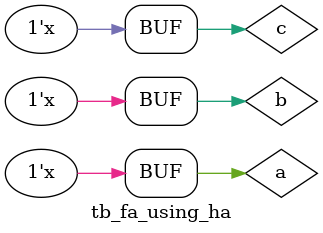
<source format=v>
module fa_using_ha (
    input a,b,c, output w1,w2,w3,sum,carry
);

assign w1=a^b;
assign w2=a&b;
assign w3=w1&c;
assign sum=w1^c;
assign carry=w2|w3;
    
endmodule

module tb_fa_using_ha(
);
reg a,b,c;
wire w1,w2,w3,sum,carry;
    fa_using_ha test(a,b,c,w1,w2,w3,sum,carry);
    /* using conventional approach*/
    // initial begin
    //    #5 a=0;b=0;c=0;
    //     #5 a=0;b=0;c=0;
    //     #5 b=0;c=1;
    //     #5 b=1;c=0;
    //     #5 b=1;c=1;
    //     #5 a=1;b=0;c=0;
    //     #5 b=0;c=1;
    //     #5 b=1;c=0;
    //     #5 b=1;c=1;
    //     $stop;
    // end /

    /*using always*/
    initial begin
        a=0;b=0;c=0;
    end
    always #8 a=~a;
    always #4 b=~b;
    always #2 c=~a;

    // initial repeat(10) begin
    //     a=$random;b=$random;c=$random; #10;
    // end

endmodule


</source>
